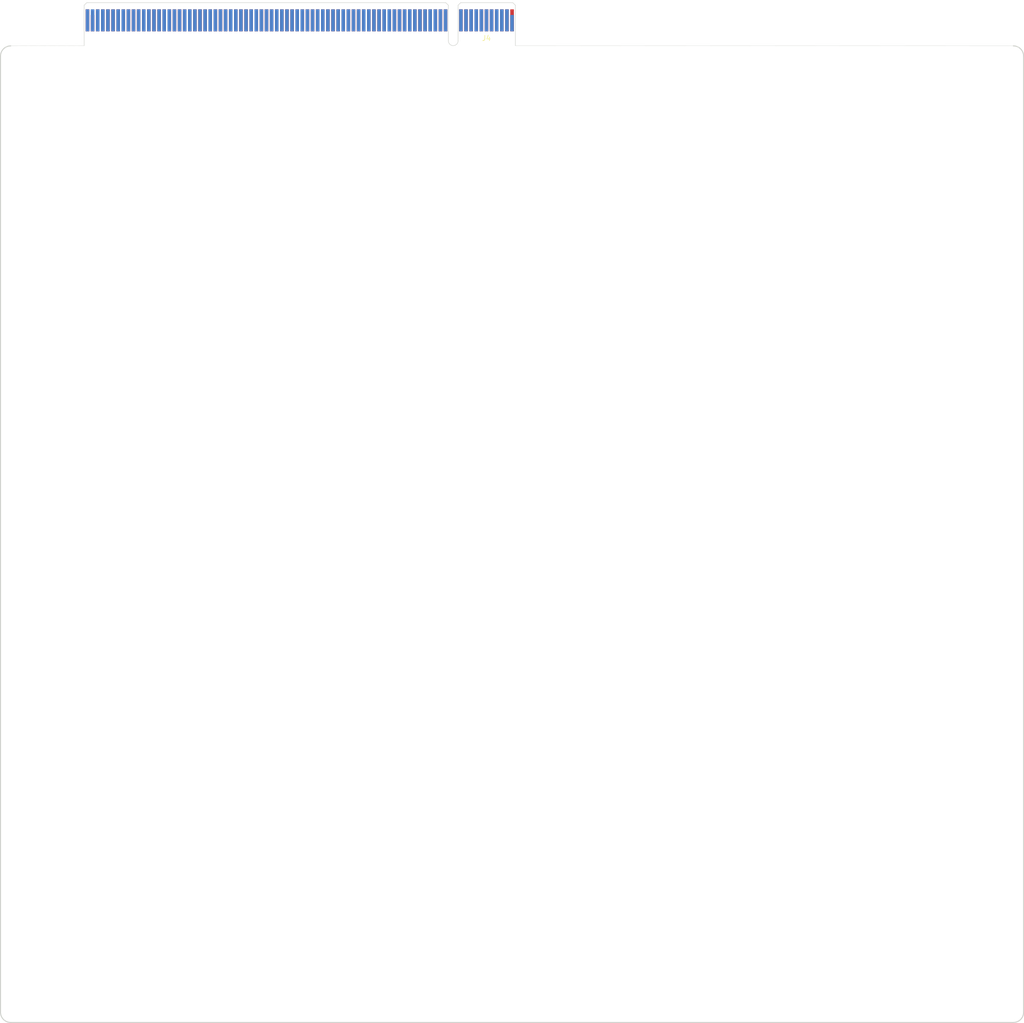
<source format=kicad_pcb>
(kicad_pcb (version 20241229) (generator "pcbnew") (generator_version "9.0")
  (title_block (title "Santa's Microfactory") (company "Logan Peterson"))
  (layers (0 "F.Cu" signal) (2 "B.Cu" signal) (13 "F.Paste" user) (15 "B.Paste" user) (5 "F.SilkS" user "F.Silkscreen") (7 "B.SilkS" user "B.Silkscreen") (1 "F.Mask" user) (3 "B.Mask" user) (25 "Edge.Cuts" user))
  (net 0 "")
  (net 1 "CLK_TICK")
  (net 2 "SEED_0")
  (net 3 "GND")
  (net 9 "CLK")
  (net 10 "NCLK")
  (net 47 "IN_G0")
  (net 48 "IN_C0")
  (net 52 "SEED_1")
  (net 53 "SEED_2")
  (net 54 "RESET")
  (net 55 "SEED_3")
  (net 56 "SEED_4")
  (net 57 "TAP_G2")
  (net 58 "TAP_C2")
  (net 59 "TAP_G3")
  (net 60 "TAP_C3")
  (net 62 "NRESET")
  (net 63 "TAP_G5")
  (net 64 "TAP_C5")
  (net 65 "TAP_G6")
  (net 66 "TAP_C6")
  (net 67 "TAP_G8")
  (net 68 "TAP_C8")
  (net 69 "TAP_G9")
  (net 70 "TAP_C9")
  (net 71 "HALT")
  (net 72 "LOAD0")
  (net 73 "LOAD1")
  (net 74 "LOAD2")
  (net 75 "LOAD3")
  (net 76 "LOAD4")
  (net 77 "LOAD5")
  (net 78 "INPUT0")
  (net 79 "INPUT1")
  (net 80 "INPUT2")
  (net 81 "INPUT3")
  (net 82 "INPUT4")
  (net 83 "INPUT5")
  (net 88 "NHALT")
  (footprint "Connector_PCBEdge:BUS_PCIexpress_x16" (layer "F.Cu") (at 129.914214 29.835786 180)
    (property "Reference" "J4" (at 5 -3.5 0) (layer "F.SilkS"))
    (property "Value" "Bus_PCI_Express_x16")
    (fp_line (start 83.65 2.95) (end 83.15 3.45) (stroke (width 0.1)) (layer "Edge.Cuts"))
    (fp_line (start 83.65 -4.95) (end 83.65 2.95) (stroke (width 0.1)) (layer "Edge.Cuts"))
    (fp_line (start 12.95 3.45) (end 83.15 3.45) (stroke (width 0.1)) (layer "Edge.Cuts"))
    (fp_line (start 12.45 2.95) (end 12.95 3.45) (stroke (width 0.1)) (layer "Edge.Cuts"))
    (fp_line (start 12.45 -4) (end 12.45 2.95) (stroke (width 0.1)) (layer "Edge.Cuts"))
    (fp_line (start 10.55 2.95) (end 10.05 3.45) (stroke (width 0.1)) (layer "Edge.Cuts"))
    (fp_line (start 10.55 -4) (end 10.55 2.95) (stroke (width 0.1)) (layer "Edge.Cuts"))
    (fp_line (start -0.15 3.45) (end 10.05 3.45) (stroke (width 0.1)) (layer "Edge.Cuts"))
    (fp_line (start -0.65 2.95) (end -0.15 3.45) (stroke (width 0.1)) (layer "Edge.Cuts"))
    (fp_line (start -0.65 -4.95) (end -0.65 2.95) (stroke (width 0.1)) (layer "Edge.Cuts"))
    (fp_arc (start 10.55 -4) (mid 11.5 -4.95) (end 12.45 -4) (stroke (width 0.1)) (layer "Edge.Cuts"))
    (pad "A1" connect rect (at 0 -0.55 180) (size 0.7 3.2) (layers "B.Cu" "B.Mask") (net 1 "CLK_TICK"))
    (pad "A2" connect rect (at 1 0 180) (size 0.7 4.3) (layers "B.Cu" "B.Mask") (net 2 "SEED_0"))
    (pad "A3" connect rect (at 2 0 180) (size 0.7 4.3) (layers "B.Cu" "B.Mask") (net 2 "SEED_0"))
    (pad "A4" connect rect (at 3 0 180) (size 0.7 4.3) (layers "B.Cu" "B.Mask") (net 3 "GND"))
    (pad "A5" connect rect (at 4 0 180) (size 0.7 4.3) (layers "B.Cu" "B.Mask"))
    (pad "A6" connect rect (at 5 0 180) (size 0.7 4.3) (layers "B.Cu" "B.Mask"))
    (pad "A7" connect rect (at 6 0 180) (size 0.7 4.3) (layers "B.Cu" "B.Mask"))
    (pad "A8" connect rect (at 7 0 180) (size 0.7 4.3) (layers "B.Cu" "B.Mask"))
    (pad "A9" connect rect (at 8 0 180) (size 0.7 4.3) (layers "B.Cu" "B.Mask") (net 2 "SEED_0"))
    (pad "A10" connect rect (at 9 0 180) (size 0.7 4.3) (layers "B.Cu" "B.Mask") (net 2 "SEED_0"))
    (pad "A11" connect rect (at 10 0 180) (size 0.7 4.3) (layers "B.Cu" "B.Mask"))
    (pad "A12" connect rect (at 13 0 180) (size 0.7 4.3) (layers "B.Cu" "B.Mask") (net 3 "GND"))
    (pad "A13" connect rect (at 14 0 180) (size 0.7 4.3) (layers "B.Cu" "B.Mask") (net 9 "CLK"))
    (pad "A14" connect rect (at 15 0 180) (size 0.7 4.3) (layers "B.Cu" "B.Mask") (net 10 "NCLK"))
    (pad "A15" connect rect (at 16 0 180) (size 0.7 4.3) (layers "B.Cu" "B.Mask") (net 3 "GND"))
    (pad "A16" connect rect (at 17 0 180) (size 0.7 4.3) (layers "B.Cu" "B.Mask"))
    (pad "A17" connect rect (at 18 0 180) (size 0.7 4.3) (layers "B.Cu" "B.Mask"))
    (pad "A18" connect rect (at 19 0 180) (size 0.7 4.3) (layers "B.Cu" "B.Mask") (net 3 "GND"))
    (pad "A19" connect rect (at 20 0 180) (size 0.7 4.3) (layers "B.Cu" "B.Mask"))
    (pad "A20" connect rect (at 21 0 180) (size 0.7 4.3) (layers "B.Cu" "B.Mask") (net 3 "GND"))
    (pad "A21" connect rect (at 22 0 180) (size 0.7 4.3) (layers "B.Cu" "B.Mask"))
    (pad "A22" connect rect (at 23 0 180) (size 0.7 4.3) (layers "B.Cu" "B.Mask"))
    (pad "A23" connect rect (at 24 0 180) (size 0.7 4.3) (layers "B.Cu" "B.Mask") (net 3 "GND"))
    (pad "A24" connect rect (at 25 0 180) (size 0.7 4.3) (layers "B.Cu" "B.Mask") (net 3 "GND"))
    (pad "A25" connect rect (at 26 0 180) (size 0.7 4.3) (layers "B.Cu" "B.Mask"))
    (pad "A26" connect rect (at 27 0 180) (size 0.7 4.3) (layers "B.Cu" "B.Mask"))
    (pad "A27" connect rect (at 28 0 180) (size 0.7 4.3) (layers "B.Cu" "B.Mask") (net 3 "GND"))
    (pad "A28" connect rect (at 29 0 180) (size 0.7 4.3) (layers "B.Cu" "B.Mask") (net 3 "GND"))
    (pad "A29" connect rect (at 30 0 180) (size 0.7 4.3) (layers "B.Cu" "B.Mask"))
    (pad "A30" connect rect (at 31 0 180) (size 0.7 4.3) (layers "B.Cu" "B.Mask"))
    (pad "A31" connect rect (at 32 0 180) (size 0.7 4.3) (layers "B.Cu" "B.Mask") (net 3 "GND"))
    (pad "A32" connect rect (at 33 0 180) (size 0.7 4.3) (layers "B.Cu" "B.Mask"))
    (pad "A33" connect rect (at 34 0 180) (size 0.7 4.3) (layers "B.Cu" "B.Mask"))
    (pad "A34" connect rect (at 35 0 180) (size 0.7 4.3) (layers "B.Cu" "B.Mask") (net 3 "GND"))
    (pad "A35" connect rect (at 36 0 180) (size 0.7 4.3) (layers "B.Cu" "B.Mask"))
    (pad "A36" connect rect (at 37 0 180) (size 0.7 4.3) (layers "B.Cu" "B.Mask"))
    (pad "A37" connect rect (at 38 0 180) (size 0.7 4.3) (layers "B.Cu" "B.Mask") (net 3 "GND"))
    (pad "A38" connect rect (at 39 0 180) (size 0.7 4.3) (layers "B.Cu" "B.Mask") (net 3 "GND"))
    (pad "A39" connect rect (at 40 0 180) (size 0.7 4.3) (layers "B.Cu" "B.Mask"))
    (pad "A40" connect rect (at 41 0 180) (size 0.7 4.3) (layers "B.Cu" "B.Mask"))
    (pad "A41" connect rect (at 42 0 180) (size 0.7 4.3) (layers "B.Cu" "B.Mask") (net 3 "GND"))
    (pad "A42" connect rect (at 43 0 180) (size 0.7 4.3) (layers "B.Cu" "B.Mask") (net 3 "GND"))
    (pad "A43" connect rect (at 44 0 180) (size 0.7 4.3) (layers "B.Cu" "B.Mask"))
    (pad "A44" connect rect (at 45 0 180) (size 0.7 4.3) (layers "B.Cu" "B.Mask"))
    (pad "A45" connect rect (at 46 0 180) (size 0.7 4.3) (layers "B.Cu" "B.Mask") (net 3 "GND"))
    (pad "A46" connect rect (at 47 0 180) (size 0.7 4.3) (layers "B.Cu" "B.Mask") (net 3 "GND"))
    (pad "A47" connect rect (at 48 0 180) (size 0.7 4.3) (layers "B.Cu" "B.Mask"))
    (pad "A48" connect rect (at 49 0 180) (size 0.7 4.3) (layers "B.Cu" "B.Mask"))
    (pad "A49" connect rect (at 50 0 180) (size 0.7 4.3) (layers "B.Cu" "B.Mask") (net 3 "GND"))
    (pad "A50" connect rect (at 51 0 180) (size 0.7 4.3) (layers "B.Cu" "B.Mask"))
    (pad "A51" connect rect (at 52 0 180) (size 0.7 4.3) (layers "B.Cu" "B.Mask") (net 3 "GND"))
    (pad "A52" connect rect (at 53 0 180) (size 0.7 4.3) (layers "B.Cu" "B.Mask"))
    (pad "A53" connect rect (at 54 0 180) (size 0.7 4.3) (layers "B.Cu" "B.Mask"))
    (pad "A54" connect rect (at 55 0 180) (size 0.7 4.3) (layers "B.Cu" "B.Mask") (net 3 "GND"))
    (pad "A55" connect rect (at 56 0 180) (size 0.7 4.3) (layers "B.Cu" "B.Mask") (net 3 "GND"))
    (pad "A56" connect rect (at 57 0 180) (size 0.7 4.3) (layers "B.Cu" "B.Mask"))
    (pad "A57" connect rect (at 58 0 180) (size 0.7 4.3) (layers "B.Cu" "B.Mask"))
    (pad "A58" connect rect (at 59 0 180) (size 0.7 4.3) (layers "B.Cu" "B.Mask") (net 3 "GND"))
    (pad "A59" connect rect (at 60 0 180) (size 0.7 4.3) (layers "B.Cu" "B.Mask") (net 3 "GND"))
    (pad "A60" connect rect (at 61 0 180) (size 0.7 4.3) (layers "B.Cu" "B.Mask"))
    (pad "A61" connect rect (at 62 0 180) (size 0.7 4.3) (layers "B.Cu" "B.Mask"))
    (pad "A62" connect rect (at 63 0 180) (size 0.7 4.3) (layers "B.Cu" "B.Mask") (net 3 "GND"))
    (pad "A63" connect rect (at 64 0 180) (size 0.7 4.3) (layers "B.Cu" "B.Mask") (net 3 "GND"))
    (pad "A64" connect rect (at 65 0 180) (size 0.7 4.3) (layers "B.Cu" "B.Mask"))
    (pad "A65" connect rect (at 66 0 180) (size 0.7 4.3) (layers "B.Cu" "B.Mask"))
    (pad "A66" connect rect (at 67 0 180) (size 0.7 4.3) (layers "B.Cu" "B.Mask") (net 3 "GND"))
    (pad "A67" connect rect (at 68 0 180) (size 0.7 4.3) (layers "B.Cu" "B.Mask") (net 3 "GND"))
    (pad "A68" connect rect (at 69 0 180) (size 0.7 4.3) (layers "B.Cu" "B.Mask"))
    (pad "A69" connect rect (at 70 0 180) (size 0.7 4.3) (layers "B.Cu" "B.Mask"))
    (pad "A70" connect rect (at 71 0 180) (size 0.7 4.3) (layers "B.Cu" "B.Mask") (net 3 "GND"))
    (pad "A71" connect rect (at 72 0 180) (size 0.7 4.3) (layers "B.Cu" "B.Mask") (net 3 "GND"))
    (pad "A72" connect rect (at 73 0 180) (size 0.7 4.3) (layers "B.Cu" "B.Mask"))
    (pad "A73" connect rect (at 74 0 180) (size 0.7 4.3) (layers "B.Cu" "B.Mask"))
    (pad "A74" connect rect (at 75 0 180) (size 0.7 4.3) (layers "B.Cu" "B.Mask") (net 3 "GND"))
    (pad "A75" connect rect (at 76 0 180) (size 0.7 4.3) (layers "B.Cu" "B.Mask") (net 3 "GND"))
    (pad "A76" connect rect (at 77 0 180) (size 0.7 4.3) (layers "B.Cu" "B.Mask"))
    (pad "A77" connect rect (at 78 0 180) (size 0.7 4.3) (layers "B.Cu" "B.Mask"))
    (pad "A78" connect rect (at 79 0 180) (size 0.7 4.3) (layers "B.Cu" "B.Mask") (net 3 "GND"))
    (pad "A79" connect rect (at 80 0 180) (size 0.7 4.3) (layers "B.Cu" "B.Mask") (net 3 "GND"))
    (pad "A80" connect rect (at 81 0 180) (size 0.7 4.3) (layers "B.Cu" "B.Mask"))
    (pad "A81" connect rect (at 82 0 180) (size 0.7 4.3) (layers "B.Cu" "B.Mask"))
    (pad "A82" connect rect (at 83 0 180) (size 0.7 4.3) (layers "B.Cu" "B.Mask") (net 3 "GND"))
    (pad "B1" connect rect (at 0 0 180) (size 0.7 4.3) (layers "F.Cu" "F.Mask") (net 2 "SEED_0"))
    (pad "B2" connect rect (at 1 0 180) (size 0.7 4.3) (layers "F.Cu" "F.Mask") (net 2 "SEED_0"))
    (pad "B3" connect rect (at 2 0 180) (size 0.7 4.3) (layers "F.Cu" "F.Mask") (net 2 "SEED_0"))
    (pad "B4" connect rect (at 3 0 180) (size 0.7 4.3) (layers "F.Cu" "F.Mask") (net 3 "GND"))
    (pad "B5" connect rect (at 4 0 180) (size 0.7 4.3) (layers "F.Cu" "F.Mask") (net 47 "IN_G0"))
    (pad "B6" connect rect (at 5 0 180) (size 0.7 4.3) (layers "F.Cu" "F.Mask") (net 48 "IN_C0"))
    (pad "B7" connect rect (at 6 0 180) (size 0.7 4.3) (layers "F.Cu" "F.Mask") (net 3 "GND"))
    (pad "B8" connect rect (at 7 0 180) (size 0.7 4.3) (layers "F.Cu" "F.Mask") (net 2 "SEED_0"))
    (pad "B9" connect rect (at 8 0 180) (size 0.7 4.3) (layers "F.Cu" "F.Mask"))
    (pad "B10" connect rect (at 9 0 180) (size 0.7 4.3) (layers "F.Cu" "F.Mask") (net 2 "SEED_0"))
    (pad "B11" connect rect (at 10 0 180) (size 0.7 4.3) (layers "F.Cu" "F.Mask"))
    (pad "B12" connect rect (at 13 0 180) (size 0.7 4.3) (layers "F.Cu" "F.Mask"))
    (pad "B13" connect rect (at 14 0 180) (size 0.7 4.3) (layers "F.Cu" "F.Mask") (net 3 "GND"))
    (pad "B14" connect rect (at 15 0 180) (size 0.7 4.3) (layers "F.Cu" "F.Mask") (net 52 "SEED_1"))
    (pad "B15" connect rect (at 16 0 180) (size 0.7 4.3) (layers "F.Cu" "F.Mask") (net 53 "SEED_2"))
    (pad "B16" connect rect (at 17 0 180) (size 0.7 4.3) (layers "F.Cu" "F.Mask") (net 3 "GND"))
    (pad "B17" connect rect (at 18 0 180) (size 0.7 4.3) (layers "F.Cu" "F.Mask") (net 54 "RESET"))
    (pad "B18" connect rect (at 19 0 180) (size 0.7 4.3) (layers "F.Cu" "F.Mask") (net 3 "GND"))
    (pad "B19" connect rect (at 20 0 180) (size 0.7 4.3) (layers "F.Cu" "F.Mask") (net 55 "SEED_3"))
    (pad "B20" connect rect (at 21 0 180) (size 0.7 4.3) (layers "F.Cu" "F.Mask") (net 56 "SEED_4"))
    (pad "B21" connect rect (at 22 0 180) (size 0.7 4.3) (layers "F.Cu" "F.Mask") (net 3 "GND"))
    (pad "B22" connect rect (at 23 0 180) (size 0.7 4.3) (layers "F.Cu" "F.Mask") (net 3 "GND"))
    (pad "B23" connect rect (at 24 0 180) (size 0.7 4.3) (layers "F.Cu" "F.Mask") (net 57 "TAP_G2"))
    (pad "B24" connect rect (at 25 0 180) (size 0.7 4.3) (layers "F.Cu" "F.Mask") (net 58 "TAP_C2"))
    (pad "B25" connect rect (at 26 0 180) (size 0.7 4.3) (layers "F.Cu" "F.Mask") (net 3 "GND"))
    (pad "B26" connect rect (at 27 0 180) (size 0.7 4.3) (layers "F.Cu" "F.Mask") (net 3 "GND"))
    (pad "B27" connect rect (at 28 0 180) (size 0.7 4.3) (layers "F.Cu" "F.Mask") (net 59 "TAP_G3"))
    (pad "B28" connect rect (at 29 0 180) (size 0.7 4.3) (layers "F.Cu" "F.Mask") (net 60 "TAP_C3"))
    (pad "B29" connect rect (at 30 0 180) (size 0.7 4.3) (layers "F.Cu" "F.Mask") (net 3 "GND"))
    (pad "B30" connect rect (at 31 0 180) (size 0.7 4.3) (layers "F.Cu" "F.Mask"))
    (pad "B31" connect rect (at 32 0 180) (size 0.7 4.3) (layers "F.Cu" "F.Mask") (net 62 "NRESET"))
    (pad "B32" connect rect (at 33 0 180) (size 0.7 4.3) (layers "F.Cu" "F.Mask") (net 3 "GND"))
    (pad "B33" connect rect (at 34 0 180) (size 0.7 4.3) (layers "F.Cu" "F.Mask") (net 63 "TAP_G5"))
    (pad "B34" connect rect (at 35 0 180) (size 0.7 4.3) (layers "F.Cu" "F.Mask") (net 64 "TAP_C5"))
    (pad "B35" connect rect (at 36 0 180) (size 0.7 4.3) (layers "F.Cu" "F.Mask") (net 3 "GND"))
    (pad "B36" connect rect (at 37 0 180) (size 0.7 4.3) (layers "F.Cu" "F.Mask") (net 3 "GND"))
    (pad "B37" connect rect (at 38 0 180) (size 0.7 4.3) (layers "F.Cu" "F.Mask") (net 65 "TAP_G6"))
    (pad "B38" connect rect (at 39 0 180) (size 0.7 4.3) (layers "F.Cu" "F.Mask") (net 66 "TAP_C6"))
    (pad "B39" connect rect (at 40 0 180) (size 0.7 4.3) (layers "F.Cu" "F.Mask") (net 3 "GND"))
    (pad "B40" connect rect (at 41 0 180) (size 0.7 4.3) (layers "F.Cu" "F.Mask") (net 3 "GND"))
    (pad "B41" connect rect (at 42 0 180) (size 0.7 4.3) (layers "F.Cu" "F.Mask") (net 67 "TAP_G8"))
    (pad "B42" connect rect (at 43 0 180) (size 0.7 4.3) (layers "F.Cu" "F.Mask") (net 68 "TAP_C8"))
    (pad "B43" connect rect (at 44 0 180) (size 0.7 4.3) (layers "F.Cu" "F.Mask") (net 3 "GND"))
    (pad "B44" connect rect (at 45 0 180) (size 0.7 4.3) (layers "F.Cu" "F.Mask") (net 3 "GND"))
    (pad "B45" connect rect (at 46 0 180) (size 0.7 4.3) (layers "F.Cu" "F.Mask") (net 69 "TAP_G9"))
    (pad "B46" connect rect (at 47 0 180) (size 0.7 4.3) (layers "F.Cu" "F.Mask") (net 70 "TAP_C9"))
    (pad "B47" connect rect (at 48 0 180) (size 0.7 4.3) (layers "F.Cu" "F.Mask") (net 3 "GND"))
    (pad "B48" connect rect (at 49 0 180) (size 0.7 4.3) (layers "F.Cu" "F.Mask") (net 71 "HALT"))
    (pad "B49" connect rect (at 50 0 180) (size 0.7 4.3) (layers "F.Cu" "F.Mask") (net 3 "GND"))
    (pad "B50" connect rect (at 51 0 180) (size 0.7 4.3) (layers "F.Cu" "F.Mask") (net 72 "LOAD0"))
    (pad "B51" connect rect (at 52 0 180) (size 0.7 4.3) (layers "F.Cu" "F.Mask") (net 73 "LOAD1"))
    (pad "B52" connect rect (at 53 0 180) (size 0.7 4.3) (layers "F.Cu" "F.Mask") (net 3 "GND"))
    (pad "B53" connect rect (at 54 0 180) (size 0.7 4.3) (layers "F.Cu" "F.Mask") (net 3 "GND"))
    (pad "B54" connect rect (at 55 0 180) (size 0.7 4.3) (layers "F.Cu" "F.Mask") (net 74 "LOAD2"))
    (pad "B55" connect rect (at 56 0 180) (size 0.7 4.3) (layers "F.Cu" "F.Mask") (net 75 "LOAD3"))
    (pad "B56" connect rect (at 57 0 180) (size 0.7 4.3) (layers "F.Cu" "F.Mask") (net 3 "GND"))
    (pad "B57" connect rect (at 58 0 180) (size 0.7 4.3) (layers "F.Cu" "F.Mask") (net 3 "GND"))
    (pad "B58" connect rect (at 59 0 180) (size 0.7 4.3) (layers "F.Cu" "F.Mask") (net 76 "LOAD4"))
    (pad "B59" connect rect (at 60 0 180) (size 0.7 4.3) (layers "F.Cu" "F.Mask") (net 77 "LOAD5"))
    (pad "B60" connect rect (at 61 0 180) (size 0.7 4.3) (layers "F.Cu" "F.Mask") (net 3 "GND"))
    (pad "B61" connect rect (at 62 0 180) (size 0.7 4.3) (layers "F.Cu" "F.Mask") (net 3 "GND"))
    (pad "B62" connect rect (at 63 0 180) (size 0.7 4.3) (layers "F.Cu" "F.Mask") (net 78 "INPUT0"))
    (pad "B63" connect rect (at 64 0 180) (size 0.7 4.3) (layers "F.Cu" "F.Mask") (net 79 "INPUT1"))
    (pad "B64" connect rect (at 65 0 180) (size 0.7 4.3) (layers "F.Cu" "F.Mask") (net 3 "GND"))
    (pad "B65" connect rect (at 66 0 180) (size 0.7 4.3) (layers "F.Cu" "F.Mask") (net 3 "GND"))
    (pad "B66" connect rect (at 67 0 180) (size 0.7 4.3) (layers "F.Cu" "F.Mask") (net 80 "INPUT2"))
    (pad "B67" connect rect (at 68 0 180) (size 0.7 4.3) (layers "F.Cu" "F.Mask") (net 81 "INPUT3"))
    (pad "B68" connect rect (at 69 0 180) (size 0.7 4.3) (layers "F.Cu" "F.Mask") (net 3 "GND"))
    (pad "B69" connect rect (at 70 0 180) (size 0.7 4.3) (layers "F.Cu" "F.Mask") (net 3 "GND"))
    (pad "B70" connect rect (at 71 0 180) (size 0.7 4.3) (layers "F.Cu" "F.Mask") (net 82 "INPUT4"))
    (pad "B71" connect rect (at 72 0 180) (size 0.7 4.3) (layers "F.Cu" "F.Mask") (net 83 "INPUT5"))
    (pad "B72" connect rect (at 73 0 180) (size 0.7 4.3) (layers "F.Cu" "F.Mask") (net 3 "GND"))
    (pad "B73" connect rect (at 74 0 180) (size 0.7 4.3) (layers "F.Cu" "F.Mask") (net 3 "GND"))
    (pad "B74" connect rect (at 75 0 180) (size 0.7 4.3) (layers "F.Cu" "F.Mask"))
    (pad "B75" connect rect (at 76 0 180) (size 0.7 4.3) (layers "F.Cu" "F.Mask"))
    (pad "B76" connect rect (at 77 0 180) (size 0.7 4.3) (layers "F.Cu" "F.Mask") (net 3 "GND"))
    (pad "B77" connect rect (at 78 0 180) (size 0.7 4.3) (layers "F.Cu" "F.Mask") (net 3 "GND"))
    (pad "B78" connect rect (at 79 0 180) (size 0.7 4.3) (layers "F.Cu" "F.Mask"))
    (pad "B79" connect rect (at 80 0 180) (size 0.7 4.3) (layers "F.Cu" "F.Mask"))
    (pad "B80" connect rect (at 81 0 180) (size 0.7 4.3) (layers "F.Cu" "F.Mask") (net 3 "GND"))
    (pad "B81" connect rect (at 82 -0.55 180) (size 0.7 3.2) (layers "F.Cu" "F.Mask") (net 88 "NHALT"))
    (pad "B82" connect rect (at 83 0 180) (size 0.7 4.3) (layers "F.Cu" "F.Mask"))
  )
  (gr_line (start 130.564214 34.785786) (end 227.914214 34.835786) (stroke (width 0.05)) (layer "Edge.Cuts"))
  (gr_line (start 31.914214 34.835786) (end 46.264214 34.785786) (stroke (width 0.05)) (layer "Edge.Cuts"))
  (gr_arc (start 29.914214 36.835786) (mid 30.5 35.421572) (end 31.914214 34.835786) (stroke (width 0.2)) (layer "Edge.Cuts"))
  (gr_line (start 227.914214 225.835786) (end 31.914214 225.835786) (stroke (width 0.2)) (layer "Edge.Cuts"))
  (gr_line (start 29.914214 223.835786) (end 29.914214 36.835786) (stroke (width 0.2)) (layer "Edge.Cuts"))
  (gr_arc (start 229.914214 223.835786) (mid 229.328428 225.25) (end 227.914214 225.835786) (stroke (width 0.2)) (layer "Edge.Cuts"))
  (gr_arc (start 227.914214 34.835786) (mid 229.328428 35.421572) (end 229.914214 36.835786) (stroke (width 0.2)) (layer "Edge.Cuts"))
  (gr_arc (start 31.914214 225.835786) (mid 30.5 225.25) (end 29.914214 223.835786) (stroke (width 0.2)) (layer "Edge.Cuts"))
  (gr_line (start 229.914214 36.835786) (end 229.914214 223.835786) (stroke (width 0.2)) (layer "Edge.Cuts"))
)
</source>
